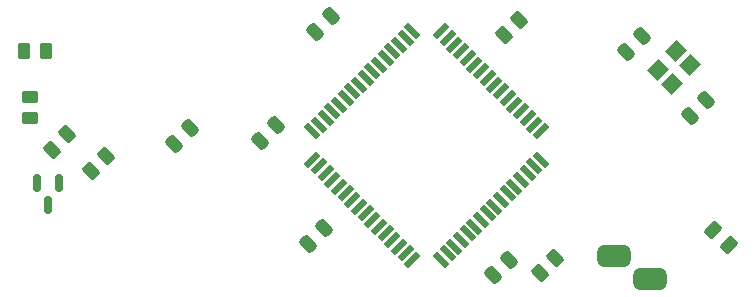
<source format=gbr>
%TF.GenerationSoftware,KiCad,Pcbnew,(6.0.4)*%
%TF.CreationDate,2022-11-05T13:28:53+01:00*%
%TF.ProjectId,pcb,7063622e-6b69-4636-9164-5f7063625858,rev?*%
%TF.SameCoordinates,Original*%
%TF.FileFunction,Paste,Top*%
%TF.FilePolarity,Positive*%
%FSLAX46Y46*%
G04 Gerber Fmt 4.6, Leading zero omitted, Abs format (unit mm)*
G04 Created by KiCad (PCBNEW (6.0.4)) date 2022-11-05 13:28:53*
%MOMM*%
%LPD*%
G01*
G04 APERTURE LIST*
G04 Aperture macros list*
%AMRoundRect*
0 Rectangle with rounded corners*
0 $1 Rounding radius*
0 $2 $3 $4 $5 $6 $7 $8 $9 X,Y pos of 4 corners*
0 Add a 4 corners polygon primitive as box body*
4,1,4,$2,$3,$4,$5,$6,$7,$8,$9,$2,$3,0*
0 Add four circle primitives for the rounded corners*
1,1,$1+$1,$2,$3*
1,1,$1+$1,$4,$5*
1,1,$1+$1,$6,$7*
1,1,$1+$1,$8,$9*
0 Add four rect primitives between the rounded corners*
20,1,$1+$1,$2,$3,$4,$5,0*
20,1,$1+$1,$4,$5,$6,$7,0*
20,1,$1+$1,$6,$7,$8,$9,0*
20,1,$1+$1,$8,$9,$2,$3,0*%
%AMRotRect*
0 Rectangle, with rotation*
0 The origin of the aperture is its center*
0 $1 length*
0 $2 width*
0 $3 Rotation angle, in degrees counterclockwise*
0 Add horizontal line*
21,1,$1,$2,0,0,$3*%
G04 Aperture macros list end*
%ADD10RoundRect,0.450000X-0.950000X-0.450000X0.950000X-0.450000X0.950000X0.450000X-0.950000X0.450000X0*%
%ADD11RoundRect,0.250000X0.132583X-0.503814X0.503814X-0.132583X-0.132583X0.503814X-0.503814X0.132583X0*%
%ADD12RoundRect,0.250000X0.159099X-0.512652X0.512652X-0.159099X-0.159099X0.512652X-0.512652X0.159099X0*%
%ADD13RoundRect,0.250000X-0.159099X0.512652X-0.512652X0.159099X0.159099X-0.512652X0.512652X-0.159099X0*%
%ADD14RoundRect,0.250000X-0.503814X-0.132583X-0.132583X-0.503814X0.503814X0.132583X0.132583X0.503814X0*%
%ADD15RotRect,1.500000X0.550000X45.000000*%
%ADD16RotRect,1.500000X0.550000X135.000000*%
%ADD17RoundRect,0.250000X-0.262500X-0.450000X0.262500X-0.450000X0.262500X0.450000X-0.262500X0.450000X0*%
%ADD18RoundRect,0.150000X-0.150000X0.587500X-0.150000X-0.587500X0.150000X-0.587500X0.150000X0.587500X0*%
%ADD19RoundRect,0.250000X-0.132583X0.503814X-0.503814X0.132583X0.132583X-0.503814X0.503814X-0.132583X0*%
%ADD20RotRect,1.400000X1.200000X225.000000*%
%ADD21RoundRect,0.250000X0.450000X-0.262500X0.450000X0.262500X-0.450000X0.262500X-0.450000X-0.262500X0*%
G04 APERTURE END LIST*
D10*
%TO.C,SW1*%
X458875000Y-185531250D03*
X461875000Y-187531250D03*
%TD*%
D11*
%TO.C,R2*%
X414554765Y-178345235D03*
X415845235Y-177054765D03*
%TD*%
D12*
%TO.C,C7*%
X465259499Y-173709251D03*
X466603001Y-172365749D03*
%TD*%
D13*
%TO.C,C4*%
X434249751Y-183224249D03*
X432906249Y-184567751D03*
%TD*%
D12*
%TO.C,C3*%
X448590749Y-187203001D03*
X449934251Y-185859499D03*
%TD*%
D14*
%TO.C,R8*%
X467254765Y-183354765D03*
X468545235Y-184645235D03*
%TD*%
D15*
%TO.C,U1*%
X433288637Y-177414582D03*
X433854323Y-177980267D03*
X434420008Y-178545952D03*
X434985693Y-179111638D03*
X435551379Y-179677323D03*
X436117064Y-180243009D03*
X436682750Y-180808694D03*
X437248435Y-181374380D03*
X437814120Y-181940065D03*
X438379806Y-182505750D03*
X438945491Y-183071436D03*
X439511177Y-183637121D03*
X440076862Y-184202807D03*
X440642548Y-184768492D03*
X441208233Y-185334177D03*
X441773918Y-185899863D03*
D16*
X444178082Y-185899863D03*
X444743767Y-185334177D03*
X445309452Y-184768492D03*
X445875138Y-184202807D03*
X446440823Y-183637121D03*
X447006509Y-183071436D03*
X447572194Y-182505750D03*
X448137880Y-181940065D03*
X448703565Y-181374380D03*
X449269250Y-180808694D03*
X449834936Y-180243009D03*
X450400621Y-179677323D03*
X450966307Y-179111638D03*
X451531992Y-178545952D03*
X452097677Y-177980267D03*
X452663363Y-177414582D03*
D15*
X452663363Y-175010418D03*
X452097677Y-174444733D03*
X451531992Y-173879048D03*
X450966307Y-173313362D03*
X450400621Y-172747677D03*
X449834936Y-172181991D03*
X449269250Y-171616306D03*
X448703565Y-171050620D03*
X448137880Y-170484935D03*
X447572194Y-169919250D03*
X447006509Y-169353564D03*
X446440823Y-168787879D03*
X445875138Y-168222193D03*
X445309452Y-167656508D03*
X444743767Y-167090823D03*
X444178082Y-166525137D03*
D16*
X441773918Y-166525137D03*
X441208233Y-167090823D03*
X440642548Y-167656508D03*
X440076862Y-168222193D03*
X439511177Y-168787879D03*
X438945491Y-169353564D03*
X438379806Y-169919250D03*
X437814120Y-170484935D03*
X437248435Y-171050620D03*
X436682750Y-171616306D03*
X436117064Y-172181991D03*
X435551379Y-172747677D03*
X434985693Y-173313362D03*
X434420008Y-173879048D03*
X433854323Y-174444733D03*
X433288637Y-175010418D03*
%TD*%
D17*
%TO.C,R7*%
X408887500Y-168200000D03*
X410712500Y-168200000D03*
%TD*%
D13*
%TO.C,C8*%
X422946751Y-174746999D03*
X421603249Y-176090501D03*
%TD*%
D18*
%TO.C,Q1*%
X411850000Y-179362500D03*
X409950000Y-179362500D03*
X410900000Y-181237500D03*
%TD*%
D11*
%TO.C,R1*%
X452586015Y-187027970D03*
X453876485Y-185737500D03*
%TD*%
D12*
%TO.C,C6*%
X433509499Y-166565501D03*
X434853001Y-165221999D03*
%TD*%
D19*
%TO.C,R3*%
X412545235Y-175254765D03*
X411254765Y-176545235D03*
%TD*%
D20*
%TO.C,Y1*%
X464108027Y-168221142D03*
X462552392Y-169776777D03*
X463754473Y-170978858D03*
X465310108Y-169423223D03*
%TD*%
D19*
%TO.C,R6*%
X450789985Y-165554765D03*
X449499515Y-166845235D03*
%TD*%
D12*
%TO.C,C5*%
X428873999Y-175804751D03*
X430217501Y-174461249D03*
%TD*%
D13*
%TO.C,C2*%
X461203001Y-166928249D03*
X459859499Y-168271751D03*
%TD*%
D21*
%TO.C,R9*%
X409400000Y-173912500D03*
X409400000Y-172087500D03*
%TD*%
M02*

</source>
